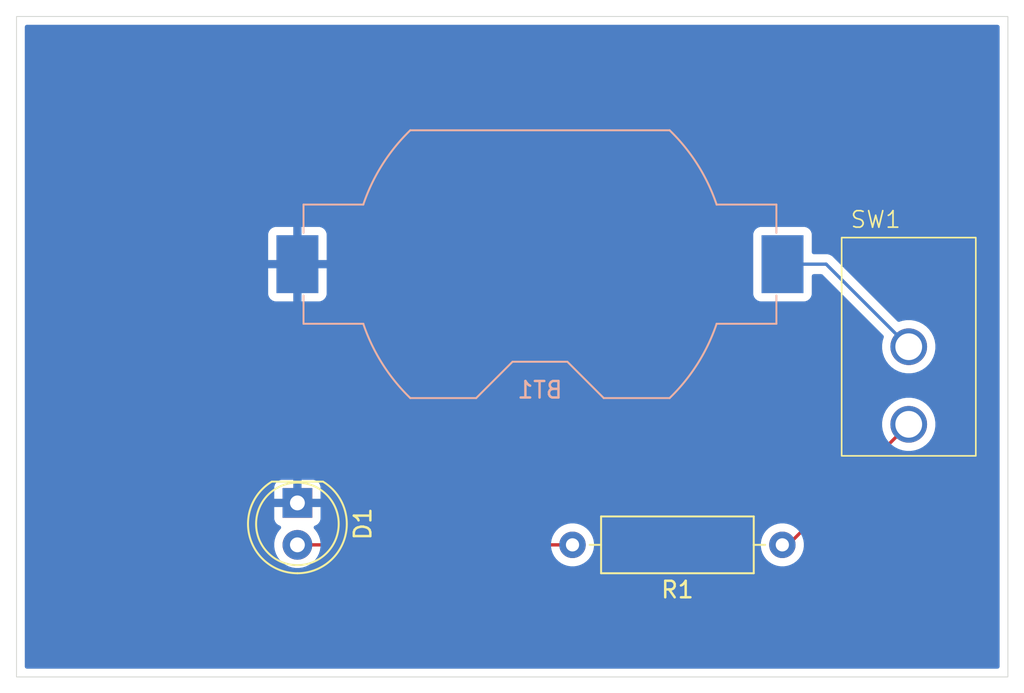
<source format=kicad_pcb>
(kicad_pcb (version 20241229) (generator "pcbnew") (generator_version "9.0")
  (title_block (title "getting started in kicad") (date "2025-03-12") (rev "0"))
  (layers (0 "F.Cu" signal) (2 "B.Cu" signal) (13 "F.Paste" user) (15 "B.Paste" user) (5 "F.SilkS" user "F.Silkscreen") (7 "B.SilkS" user "B.Silkscreen") (1 "F.Mask" user) (3 "B.Mask" user) (25 "Edge.Cuts" user))
  (net 0 "")
  (net 1 "GND")
  (net 2 "VCC")
  (net 3 "/led")
  (net 4 "Net-(BT1-+)")
  (footprint "get-started:Switch_Toggle_SPST_NKK_M2011S3A1x03" (layer "F.Cu") (at 169 95.3)
    (property "Reference" "SW1" (at -2 -3 0) (layer "F.SilkS") (effects (font (thickness 0.1))))
    (property "Value" "~")
    (fp_rect (start -4.06 -1.91) (end 4.06 11.31) (stroke (width 0.1)) (fill no) (layer "F.SilkS"))
    (pad "2" thru_hole circle (at 0 4.7) (size 2.22 2.22) (drill 1.62) (layers "*.Cu" "*.Mask") (net 4 "Net-(BT1-+)"))
    (pad "3" thru_hole circle (at 0 9.4) (size 2.22 2.22) (drill 1.62) (layers "*.Cu" "*.Mask") (net 2 "VCC"))
  )
  (footprint "Resistor_THT:R_Axial_DIN0309_L9.0mm_D3.2mm_P12.70mm_Horizontal" (layer "F.Cu") (at 161.35 112 180)
    (property "Reference" "R1" (at 6.35 -2.72 0) (layer "F.SilkS"))
    (property "Value" "1k")
    (fp_line (start 11.66 0) (end 10.97 0) (stroke (width 0.12)) (layer "F.SilkS"))
    (fp_line (start 10.97 1.72) (end 10.97 -1.72) (stroke (width 0.12)) (layer "F.SilkS"))
    (fp_line (start 10.97 -1.72) (end 1.73 -1.72) (stroke (width 0.12)) (layer "F.SilkS"))
    (fp_line (start 1.73 1.72) (end 10.97 1.72) (stroke (width 0.12)) (layer "F.SilkS"))
    (fp_line (start 1.73 -1.72) (end 1.73 1.72) (stroke (width 0.12)) (layer "F.SilkS"))
    (fp_line (start 1.04 0) (end 1.73 0) (stroke (width 0.12)) (layer "F.SilkS"))
    (pad "1" thru_hole circle (at 0 0 180) (size 1.6 1.6) (drill 0.8) (layers "*.Cu" "*.Mask") (net 2 "VCC"))
    (pad "2" thru_hole oval (at 12.7 0 180) (size 1.6 1.6) (drill 0.8) (layers "*.Cu" "*.Mask") (net 3 "/led"))
  )
  (footprint "LED_THT:LED_D5.0mm" (layer "F.Cu") (at 132 109.46 -90)
    (property "Reference" "D1" (at 1.27 -3.96 90) (layer "F.SilkS"))
    (property "Value" "Red")
    (fp_line (start -1.29 -1.545) (end -1.29 1.545) (stroke (width 0.12)) (layer "F.SilkS"))
    (fp_arc (start 4.26 0.000048) (mid 2.071756 2.880501) (end -1.29 1.54483) (stroke (width 0.12)) (layer "F.SilkS"))
    (fp_arc (start -1.29 -1.54483) (mid 2.071756 -2.880501) (end 4.26 -0.000048) (stroke (width 0.12)) (layer "F.SilkS"))
    (fp_circle (center 1.27 0) (end 3.77 0) (stroke (width 0.12)) (fill no) (layer "F.SilkS"))
    (pad "1" thru_hole rect (at 0 0 270) (size 1.8 1.8) (drill 0.9) (layers "*.Cu" "*.Mask") (net 1 "GND"))
    (pad "2" thru_hole circle (at 2.54 0 270) (size 1.8 1.8) (drill 0.9) (layers "*.Cu" "*.Mask") (net 3 "/led"))
  )
  (footprint "Battery:BatteryHolder_Keystone_1058_1x2032" (layer "B.Cu") (at 146.68 95 180)
    (property "Reference" "BT1" (at 0 -7.62 0) (layer "B.SilkS") (effects (justify mirror)))
    (property "Value" "3 B")
    (fp_line (start 14.31 1.9) (end 14.31 3.61) (stroke (width 0.12)) (layer "B.SilkS"))
    (fp_line (start 14.31 -1.9) (end 14.31 -3.61) (stroke (width 0.12)) (layer "B.SilkS"))
    (fp_line (start 14.31 -3.61) (end 10.692 -3.61) (stroke (width 0.12)) (layer "B.SilkS"))
    (fp_line (start 10.692 3.61) (end 14.31 3.61) (stroke (width 0.12)) (layer "B.SilkS"))
    (fp_line (start 7.8473 -8.11) (end 3.86 -8.11) (stroke (width 0.12)) (layer "B.SilkS"))
    (fp_line (start 1.66 -5.91) (end 3.86 -8.11) (stroke (width 0.12)) (layer "B.SilkS"))
    (fp_line (start 1.66 -5.91) (end -1.66 -5.91) (stroke (width 0.12)) (layer "B.SilkS"))
    (fp_line (start -1.66 -5.91) (end -3.86 -8.11) (stroke (width 0.12)) (layer "B.SilkS"))
    (fp_line (start -3.86 -8.11) (end -7.8473 -8.11) (stroke (width 0.12)) (layer "B.SilkS"))
    (fp_line (start -7.8473 8.11) (end 7.8473 8.11) (stroke (width 0.12)) (layer "B.SilkS"))
    (fp_line (start -10.692 -3.61) (end -14.31 -3.61) (stroke (width 0.12)) (layer "B.SilkS"))
    (fp_line (start -14.31 3.61) (end -10.692 3.61) (stroke (width 0.12)) (layer "B.SilkS"))
    (fp_line (start -14.31 1.9) (end -14.31 3.61) (stroke (width 0.12)) (layer "B.SilkS"))
    (fp_line (start -14.31 -1.9) (end -14.31 -3.61) (stroke (width 0.12)) (layer "B.SilkS"))
    (fp_arc (start 10.692 3.61) (mid 9.538084 6.031244) (end 7.845371 8.111789) (stroke (width 0.12)) (layer "B.SilkS"))
    (fp_arc (start 7.845371 -8.111789) (mid 9.538084 -6.031244) (end 10.692 -3.61) (stroke (width 0.12)) (layer "B.SilkS"))
    (fp_arc (start -7.845371 8.111789) (mid -9.538084 6.031244) (end -10.692 3.61) (stroke (width 0.12)) (layer "B.SilkS"))
    (fp_arc (start -10.692 -3.61) (mid -9.538085 -6.031245) (end -7.845371 -8.111789) (stroke (width 0.12)) (layer "B.SilkS"))
    (pad "1" smd rect (at -14.68 0 180) (size 2.54 3.51) (layers "B.Cu" "B.Mask" "B.Paste") (net 4 "Net-(BT1-+)"))
    (pad "2" smd rect (at 14.68 0 180) (size 2.54 3.51) (layers "B.Cu" "B.Mask" "B.Paste") (net 1 "GND"))
  )
  (gr_rect (start 115 80) (end 175 120) (stroke (width 0.05)) (fill no) (layer "Edge.Cuts"))
  (segment (start 132 95) (end 132 109.46) (width 0.2) (layer "B.Cu") (net 1))
  (segment (start 161.7 112) (end 161.35 112) (width 0.2) (layer "F.Cu") (net 2))
  (segment (start 169 104.7) (end 161.7 112) (width 0.2) (layer "F.Cu") (net 2))
  (segment (start 161 112) (end 161.35 112) (width 0.2) (layer "F.Cu") (net 2))
  (segment (start 148.65 112) (end 132 112) (width 0.2) (layer "F.Cu") (net 3))
  (segment (start 161.36 95) (end 164 95) (width 0.2) (layer "B.Cu") (net 4))
  (segment (start 164 95) (end 169 100) (width 0.2) (layer "B.Cu") (net 4))
  (zone (net 1) (net_name "GND") (layer "B.Cu") (connect_pads (clearance 0.5)) (min_thickness 0.25) (fill yes (thermal_gap 0.5) (thermal_bridge_width 0.5))
    (polygon (pts (xy 176 121) (xy 176 79) (xy 114 79) (xy 114 121)))
  )
)
</source>
